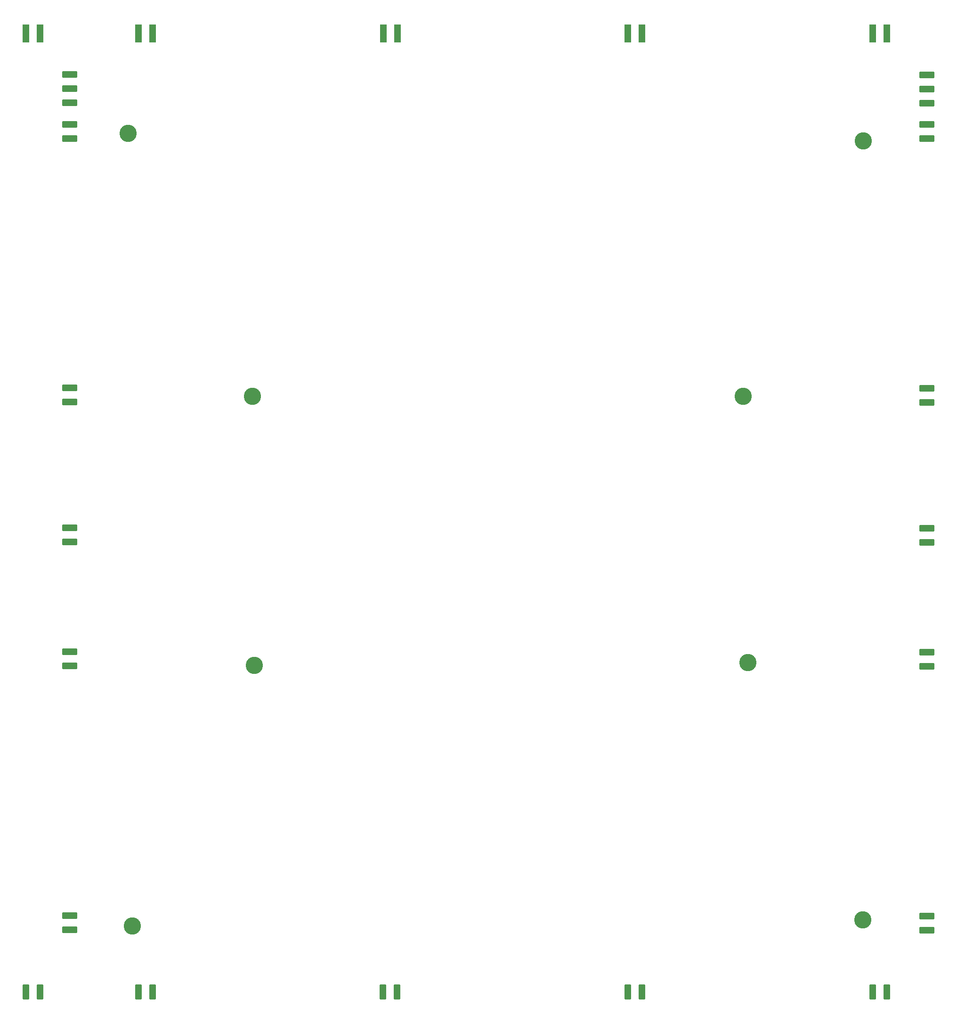
<source format=gbr>
%TF.GenerationSoftware,KiCad,Pcbnew,(6.0.7-1)-1*%
%TF.CreationDate,2022-12-02T15:51:39+01:00*%
%TF.ProjectId,8x8,3878382e-6b69-4636-9164-5f7063625858,rev?*%
%TF.SameCoordinates,Original*%
%TF.FileFunction,Soldermask,Bot*%
%TF.FilePolarity,Negative*%
%FSLAX46Y46*%
G04 Gerber Fmt 4.6, Leading zero omitted, Abs format (unit mm)*
G04 Created by KiCad (PCBNEW (6.0.7-1)-1) date 2022-12-02 15:51:39*
%MOMM*%
%LPD*%
G01*
G04 APERTURE LIST*
G04 Aperture macros list*
%AMRoundRect*
0 Rectangle with rounded corners*
0 $1 Rounding radius*
0 $2 $3 $4 $5 $6 $7 $8 $9 X,Y pos of 4 corners*
0 Add a 4 corners polygon primitive as box body*
4,1,4,$2,$3,$4,$5,$6,$7,$8,$9,$2,$3,0*
0 Add four circle primitives for the rounded corners*
1,1,$1+$1,$2,$3*
1,1,$1+$1,$4,$5*
1,1,$1+$1,$6,$7*
1,1,$1+$1,$8,$9*
0 Add four rect primitives between the rounded corners*
20,1,$1+$1,$2,$3,$4,$5,0*
20,1,$1+$1,$4,$5,$6,$7,0*
20,1,$1+$1,$6,$7,$8,$9,0*
20,1,$1+$1,$8,$9,$2,$3,0*%
G04 Aperture macros list end*
%ADD10C,3.100000*%
%ADD11RoundRect,0.050000X0.510000X-1.300000X0.510000X1.300000X-0.510000X1.300000X-0.510000X-1.300000X0*%
%ADD12RoundRect,0.050000X0.510000X-1.600000X0.510000X1.600000X-0.510000X1.600000X-0.510000X-1.600000X0*%
%ADD13RoundRect,0.050000X1.300000X0.510000X-1.300000X0.510000X-1.300000X-0.510000X1.300000X-0.510000X0*%
%ADD14RoundRect,0.050000X-1.300000X-0.510000X1.300000X-0.510000X1.300000X0.510000X-1.300000X0.510000X0*%
G04 APERTURE END LIST*
D10*
%TO.C,m1*%
X38440000Y-53830000D03*
%TD*%
%TO.C,m1*%
X60780000Y-101100000D03*
%TD*%
%TO.C,m1*%
X39220000Y-196200000D03*
%TD*%
%TO.C,m1*%
X170540000Y-195150000D03*
%TD*%
%TO.C,m2*%
X170580000Y-55210000D03*
%TD*%
%TO.C,m1*%
X149030000Y-101100000D03*
%TD*%
%TO.C,m1*%
X61180000Y-149380000D03*
%TD*%
%TO.C,m1*%
X149880000Y-148930000D03*
%TD*%
D11*
%TO.C,J7*%
X86820000Y-208120000D03*
X84280000Y-208120000D03*
%TD*%
D12*
%TO.C,J5*%
X172310000Y-35910000D03*
X174850000Y-35910000D03*
%TD*%
D11*
%TO.C,J8*%
X130820000Y-208120000D03*
X128280000Y-208120000D03*
%TD*%
D13*
%TO.C,J19*%
X182030000Y-43315000D03*
X182030000Y-45855000D03*
X182030000Y-48395000D03*
%TD*%
%TO.C,J23*%
X182020000Y-124760000D03*
X182020000Y-127300000D03*
%TD*%
%TO.C,J15*%
X182020000Y-99640000D03*
X182020000Y-102180000D03*
%TD*%
D12*
%TO.C,J4*%
X128310000Y-35910000D03*
X130850000Y-35910000D03*
%TD*%
%TO.C,J21*%
X20110000Y-35910000D03*
X22650000Y-35910000D03*
%TD*%
D14*
%TO.C,J10*%
X27980000Y-54720000D03*
X27980000Y-52180000D03*
%TD*%
D12*
%TO.C,J2*%
X40310000Y-35910000D03*
X42850000Y-35910000D03*
%TD*%
D13*
%TO.C,J16*%
X182020000Y-147040000D03*
X182020000Y-149580000D03*
%TD*%
D14*
%TO.C,J11*%
X27980000Y-102120000D03*
X27980000Y-99580000D03*
%TD*%
D11*
%TO.C,J6*%
X42820000Y-208120000D03*
X40280000Y-208120000D03*
%TD*%
D14*
%TO.C,J22*%
X27980000Y-127240000D03*
X27980000Y-124700000D03*
%TD*%
D13*
%TO.C,J17*%
X182020000Y-194440000D03*
X182020000Y-196980000D03*
%TD*%
D14*
%TO.C,J18*%
X27970000Y-48315000D03*
X27970000Y-45775000D03*
X27970000Y-43235000D03*
%TD*%
D12*
%TO.C,J3*%
X84310000Y-35910000D03*
X86850000Y-35910000D03*
%TD*%
D14*
%TO.C,J12*%
X27980000Y-149520000D03*
X27980000Y-146980000D03*
%TD*%
D11*
%TO.C,J9*%
X174820000Y-208120000D03*
X172280000Y-208120000D03*
%TD*%
D13*
%TO.C,J14*%
X182020000Y-52240000D03*
X182020000Y-54780000D03*
%TD*%
D14*
%TO.C,J13*%
X27980000Y-196920000D03*
X27980000Y-194380000D03*
%TD*%
D11*
%TO.C,J20*%
X22620000Y-208110000D03*
X20080000Y-208110000D03*
%TD*%
M02*

</source>
